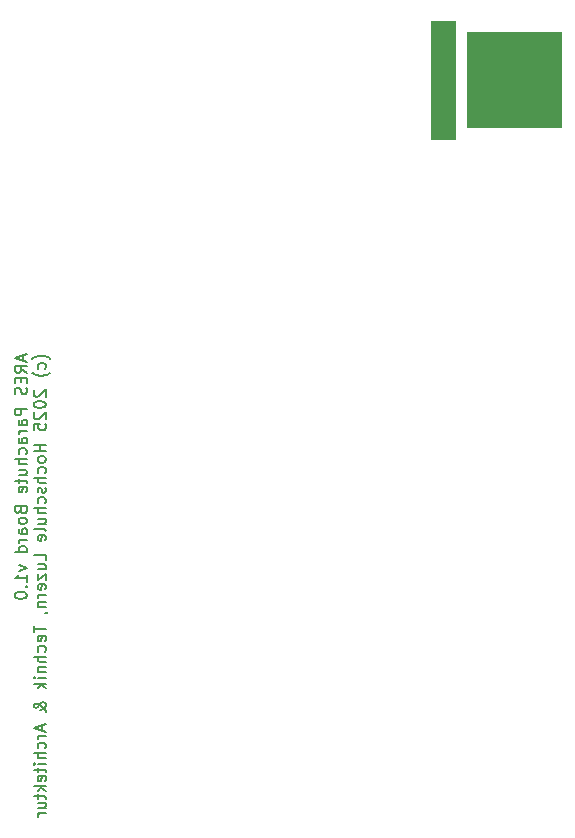
<source format=gbr>
%TF.GenerationSoftware,KiCad,Pcbnew,8.0.8*%
%TF.CreationDate,2025-01-27T11:12:39+01:00*%
%TF.ProjectId,ares-parachute-board,61726573-2d70-4617-9261-63687574652d,rev?*%
%TF.SameCoordinates,Original*%
%TF.FileFunction,Legend,Bot*%
%TF.FilePolarity,Positive*%
%FSLAX46Y46*%
G04 Gerber Fmt 4.6, Leading zero omitted, Abs format (unit mm)*
G04 Created by KiCad (PCBNEW 8.0.8) date 2025-01-27 11:12:39*
%MOMM*%
%LPD*%
G01*
G04 APERTURE LIST*
%ADD10C,0.120000*%
%ADD11C,0.200000*%
%ADD12R,1.700000X1.700000*%
%ADD13O,1.700000X1.700000*%
%ADD14C,1.700000*%
%ADD15C,3.500000*%
%ADD16C,2.200000*%
%ADD17C,1.100000*%
%ADD18R,2.200000X2.200000*%
%ADD19C,0.650000*%
%ADD20O,1.000000X2.100000*%
%ADD21O,1.000000X1.800000*%
%ADD22R,1.000000X1.000000*%
%ADD23O,1.000000X1.000000*%
%ADD24C,1.524000*%
G04 APERTURE END LIST*
D10*
X42000006Y70000008D02*
X44000006Y70000008D01*
X44000006Y60000008D01*
X42000006Y60000008D01*
X42000006Y70000008D01*
G36*
X42000006Y70000008D02*
G01*
X44000006Y70000008D01*
X44000006Y60000008D01*
X42000006Y60000008D01*
X42000006Y70000008D01*
G37*
X45000006Y69000008D02*
X53000006Y69000008D01*
X53000006Y61000008D01*
X45000006Y61000008D01*
X45000006Y69000008D01*
G36*
X45000006Y69000008D02*
G01*
X53000006Y69000008D01*
X53000006Y61000008D01*
X45000006Y61000008D01*
X45000006Y69000008D01*
G37*
D11*
X7461538Y41677954D02*
X7461538Y41201764D01*
X7747253Y41773192D02*
X6747253Y41439859D01*
X6747253Y41439859D02*
X7747253Y41106526D01*
X7747253Y40201764D02*
X7271062Y40535097D01*
X7747253Y40773192D02*
X6747253Y40773192D01*
X6747253Y40773192D02*
X6747253Y40392240D01*
X6747253Y40392240D02*
X6794872Y40297002D01*
X6794872Y40297002D02*
X6842491Y40249383D01*
X6842491Y40249383D02*
X6937729Y40201764D01*
X6937729Y40201764D02*
X7080586Y40201764D01*
X7080586Y40201764D02*
X7175824Y40249383D01*
X7175824Y40249383D02*
X7223443Y40297002D01*
X7223443Y40297002D02*
X7271062Y40392240D01*
X7271062Y40392240D02*
X7271062Y40773192D01*
X7223443Y39773192D02*
X7223443Y39439859D01*
X7747253Y39297002D02*
X7747253Y39773192D01*
X7747253Y39773192D02*
X6747253Y39773192D01*
X6747253Y39773192D02*
X6747253Y39297002D01*
X7699634Y38916049D02*
X7747253Y38773192D01*
X7747253Y38773192D02*
X7747253Y38535097D01*
X7747253Y38535097D02*
X7699634Y38439859D01*
X7699634Y38439859D02*
X7652014Y38392240D01*
X7652014Y38392240D02*
X7556776Y38344621D01*
X7556776Y38344621D02*
X7461538Y38344621D01*
X7461538Y38344621D02*
X7366300Y38392240D01*
X7366300Y38392240D02*
X7318681Y38439859D01*
X7318681Y38439859D02*
X7271062Y38535097D01*
X7271062Y38535097D02*
X7223443Y38725573D01*
X7223443Y38725573D02*
X7175824Y38820811D01*
X7175824Y38820811D02*
X7128205Y38868430D01*
X7128205Y38868430D02*
X7032967Y38916049D01*
X7032967Y38916049D02*
X6937729Y38916049D01*
X6937729Y38916049D02*
X6842491Y38868430D01*
X6842491Y38868430D02*
X6794872Y38820811D01*
X6794872Y38820811D02*
X6747253Y38725573D01*
X6747253Y38725573D02*
X6747253Y38487478D01*
X6747253Y38487478D02*
X6794872Y38344621D01*
X7747253Y37154144D02*
X6747253Y37154144D01*
X6747253Y37154144D02*
X6747253Y36773192D01*
X6747253Y36773192D02*
X6794872Y36677954D01*
X6794872Y36677954D02*
X6842491Y36630335D01*
X6842491Y36630335D02*
X6937729Y36582716D01*
X6937729Y36582716D02*
X7080586Y36582716D01*
X7080586Y36582716D02*
X7175824Y36630335D01*
X7175824Y36630335D02*
X7223443Y36677954D01*
X7223443Y36677954D02*
X7271062Y36773192D01*
X7271062Y36773192D02*
X7271062Y37154144D01*
X7747253Y35725573D02*
X7223443Y35725573D01*
X7223443Y35725573D02*
X7128205Y35773192D01*
X7128205Y35773192D02*
X7080586Y35868430D01*
X7080586Y35868430D02*
X7080586Y36058906D01*
X7080586Y36058906D02*
X7128205Y36154144D01*
X7699634Y35725573D02*
X7747253Y35820811D01*
X7747253Y35820811D02*
X7747253Y36058906D01*
X7747253Y36058906D02*
X7699634Y36154144D01*
X7699634Y36154144D02*
X7604395Y36201763D01*
X7604395Y36201763D02*
X7509157Y36201763D01*
X7509157Y36201763D02*
X7413919Y36154144D01*
X7413919Y36154144D02*
X7366300Y36058906D01*
X7366300Y36058906D02*
X7366300Y35820811D01*
X7366300Y35820811D02*
X7318681Y35725573D01*
X7747253Y35249382D02*
X7080586Y35249382D01*
X7271062Y35249382D02*
X7175824Y35201763D01*
X7175824Y35201763D02*
X7128205Y35154144D01*
X7128205Y35154144D02*
X7080586Y35058906D01*
X7080586Y35058906D02*
X7080586Y34963668D01*
X7747253Y34201763D02*
X7223443Y34201763D01*
X7223443Y34201763D02*
X7128205Y34249382D01*
X7128205Y34249382D02*
X7080586Y34344620D01*
X7080586Y34344620D02*
X7080586Y34535096D01*
X7080586Y34535096D02*
X7128205Y34630334D01*
X7699634Y34201763D02*
X7747253Y34297001D01*
X7747253Y34297001D02*
X7747253Y34535096D01*
X7747253Y34535096D02*
X7699634Y34630334D01*
X7699634Y34630334D02*
X7604395Y34677953D01*
X7604395Y34677953D02*
X7509157Y34677953D01*
X7509157Y34677953D02*
X7413919Y34630334D01*
X7413919Y34630334D02*
X7366300Y34535096D01*
X7366300Y34535096D02*
X7366300Y34297001D01*
X7366300Y34297001D02*
X7318681Y34201763D01*
X7699634Y33297001D02*
X7747253Y33392239D01*
X7747253Y33392239D02*
X7747253Y33582715D01*
X7747253Y33582715D02*
X7699634Y33677953D01*
X7699634Y33677953D02*
X7652014Y33725572D01*
X7652014Y33725572D02*
X7556776Y33773191D01*
X7556776Y33773191D02*
X7271062Y33773191D01*
X7271062Y33773191D02*
X7175824Y33725572D01*
X7175824Y33725572D02*
X7128205Y33677953D01*
X7128205Y33677953D02*
X7080586Y33582715D01*
X7080586Y33582715D02*
X7080586Y33392239D01*
X7080586Y33392239D02*
X7128205Y33297001D01*
X7747253Y32868429D02*
X6747253Y32868429D01*
X7747253Y32439858D02*
X7223443Y32439858D01*
X7223443Y32439858D02*
X7128205Y32487477D01*
X7128205Y32487477D02*
X7080586Y32582715D01*
X7080586Y32582715D02*
X7080586Y32725572D01*
X7080586Y32725572D02*
X7128205Y32820810D01*
X7128205Y32820810D02*
X7175824Y32868429D01*
X7080586Y31535096D02*
X7747253Y31535096D01*
X7080586Y31963667D02*
X7604395Y31963667D01*
X7604395Y31963667D02*
X7699634Y31916048D01*
X7699634Y31916048D02*
X7747253Y31820810D01*
X7747253Y31820810D02*
X7747253Y31677953D01*
X7747253Y31677953D02*
X7699634Y31582715D01*
X7699634Y31582715D02*
X7652014Y31535096D01*
X7080586Y31201762D02*
X7080586Y30820810D01*
X6747253Y31058905D02*
X7604395Y31058905D01*
X7604395Y31058905D02*
X7699634Y31011286D01*
X7699634Y31011286D02*
X7747253Y30916048D01*
X7747253Y30916048D02*
X7747253Y30820810D01*
X7699634Y30106524D02*
X7747253Y30201762D01*
X7747253Y30201762D02*
X7747253Y30392238D01*
X7747253Y30392238D02*
X7699634Y30487476D01*
X7699634Y30487476D02*
X7604395Y30535095D01*
X7604395Y30535095D02*
X7223443Y30535095D01*
X7223443Y30535095D02*
X7128205Y30487476D01*
X7128205Y30487476D02*
X7080586Y30392238D01*
X7080586Y30392238D02*
X7080586Y30201762D01*
X7080586Y30201762D02*
X7128205Y30106524D01*
X7128205Y30106524D02*
X7223443Y30058905D01*
X7223443Y30058905D02*
X7318681Y30058905D01*
X7318681Y30058905D02*
X7413919Y30535095D01*
X7223443Y28535095D02*
X7271062Y28392238D01*
X7271062Y28392238D02*
X7318681Y28344619D01*
X7318681Y28344619D02*
X7413919Y28297000D01*
X7413919Y28297000D02*
X7556776Y28297000D01*
X7556776Y28297000D02*
X7652014Y28344619D01*
X7652014Y28344619D02*
X7699634Y28392238D01*
X7699634Y28392238D02*
X7747253Y28487476D01*
X7747253Y28487476D02*
X7747253Y28868428D01*
X7747253Y28868428D02*
X6747253Y28868428D01*
X6747253Y28868428D02*
X6747253Y28535095D01*
X6747253Y28535095D02*
X6794872Y28439857D01*
X6794872Y28439857D02*
X6842491Y28392238D01*
X6842491Y28392238D02*
X6937729Y28344619D01*
X6937729Y28344619D02*
X7032967Y28344619D01*
X7032967Y28344619D02*
X7128205Y28392238D01*
X7128205Y28392238D02*
X7175824Y28439857D01*
X7175824Y28439857D02*
X7223443Y28535095D01*
X7223443Y28535095D02*
X7223443Y28868428D01*
X7747253Y27725571D02*
X7699634Y27820809D01*
X7699634Y27820809D02*
X7652014Y27868428D01*
X7652014Y27868428D02*
X7556776Y27916047D01*
X7556776Y27916047D02*
X7271062Y27916047D01*
X7271062Y27916047D02*
X7175824Y27868428D01*
X7175824Y27868428D02*
X7128205Y27820809D01*
X7128205Y27820809D02*
X7080586Y27725571D01*
X7080586Y27725571D02*
X7080586Y27582714D01*
X7080586Y27582714D02*
X7128205Y27487476D01*
X7128205Y27487476D02*
X7175824Y27439857D01*
X7175824Y27439857D02*
X7271062Y27392238D01*
X7271062Y27392238D02*
X7556776Y27392238D01*
X7556776Y27392238D02*
X7652014Y27439857D01*
X7652014Y27439857D02*
X7699634Y27487476D01*
X7699634Y27487476D02*
X7747253Y27582714D01*
X7747253Y27582714D02*
X7747253Y27725571D01*
X7747253Y26535095D02*
X7223443Y26535095D01*
X7223443Y26535095D02*
X7128205Y26582714D01*
X7128205Y26582714D02*
X7080586Y26677952D01*
X7080586Y26677952D02*
X7080586Y26868428D01*
X7080586Y26868428D02*
X7128205Y26963666D01*
X7699634Y26535095D02*
X7747253Y26630333D01*
X7747253Y26630333D02*
X7747253Y26868428D01*
X7747253Y26868428D02*
X7699634Y26963666D01*
X7699634Y26963666D02*
X7604395Y27011285D01*
X7604395Y27011285D02*
X7509157Y27011285D01*
X7509157Y27011285D02*
X7413919Y26963666D01*
X7413919Y26963666D02*
X7366300Y26868428D01*
X7366300Y26868428D02*
X7366300Y26630333D01*
X7366300Y26630333D02*
X7318681Y26535095D01*
X7747253Y26058904D02*
X7080586Y26058904D01*
X7271062Y26058904D02*
X7175824Y26011285D01*
X7175824Y26011285D02*
X7128205Y25963666D01*
X7128205Y25963666D02*
X7080586Y25868428D01*
X7080586Y25868428D02*
X7080586Y25773190D01*
X7747253Y25011285D02*
X6747253Y25011285D01*
X7699634Y25011285D02*
X7747253Y25106523D01*
X7747253Y25106523D02*
X7747253Y25296999D01*
X7747253Y25296999D02*
X7699634Y25392237D01*
X7699634Y25392237D02*
X7652014Y25439856D01*
X7652014Y25439856D02*
X7556776Y25487475D01*
X7556776Y25487475D02*
X7271062Y25487475D01*
X7271062Y25487475D02*
X7175824Y25439856D01*
X7175824Y25439856D02*
X7128205Y25392237D01*
X7128205Y25392237D02*
X7080586Y25296999D01*
X7080586Y25296999D02*
X7080586Y25106523D01*
X7080586Y25106523D02*
X7128205Y25011285D01*
X7080586Y23868427D02*
X7747253Y23630332D01*
X7747253Y23630332D02*
X7080586Y23392237D01*
X7747253Y22487475D02*
X7747253Y23058903D01*
X7747253Y22773189D02*
X6747253Y22773189D01*
X6747253Y22773189D02*
X6890110Y22868427D01*
X6890110Y22868427D02*
X6985348Y22963665D01*
X6985348Y22963665D02*
X7032967Y23058903D01*
X7652014Y22058903D02*
X7699634Y22011284D01*
X7699634Y22011284D02*
X7747253Y22058903D01*
X7747253Y22058903D02*
X7699634Y22106522D01*
X7699634Y22106522D02*
X7652014Y22058903D01*
X7652014Y22058903D02*
X7747253Y22058903D01*
X6747253Y21392237D02*
X6747253Y21296999D01*
X6747253Y21296999D02*
X6794872Y21201761D01*
X6794872Y21201761D02*
X6842491Y21154142D01*
X6842491Y21154142D02*
X6937729Y21106523D01*
X6937729Y21106523D02*
X7128205Y21058904D01*
X7128205Y21058904D02*
X7366300Y21058904D01*
X7366300Y21058904D02*
X7556776Y21106523D01*
X7556776Y21106523D02*
X7652014Y21154142D01*
X7652014Y21154142D02*
X7699634Y21201761D01*
X7699634Y21201761D02*
X7747253Y21296999D01*
X7747253Y21296999D02*
X7747253Y21392237D01*
X7747253Y21392237D02*
X7699634Y21487475D01*
X7699634Y21487475D02*
X7652014Y21535094D01*
X7652014Y21535094D02*
X7556776Y21582713D01*
X7556776Y21582713D02*
X7366300Y21630332D01*
X7366300Y21630332D02*
X7128205Y21630332D01*
X7128205Y21630332D02*
X6937729Y21582713D01*
X6937729Y21582713D02*
X6842491Y21535094D01*
X6842491Y21535094D02*
X6794872Y21487475D01*
X6794872Y21487475D02*
X6747253Y21392237D01*
X9738149Y41344621D02*
X9690530Y41392240D01*
X9690530Y41392240D02*
X9547673Y41487478D01*
X9547673Y41487478D02*
X9452435Y41535097D01*
X9452435Y41535097D02*
X9309578Y41582716D01*
X9309578Y41582716D02*
X9071482Y41630335D01*
X9071482Y41630335D02*
X8881006Y41630335D01*
X8881006Y41630335D02*
X8642911Y41582716D01*
X8642911Y41582716D02*
X8500054Y41535097D01*
X8500054Y41535097D02*
X8404816Y41487478D01*
X8404816Y41487478D02*
X8261958Y41392240D01*
X8261958Y41392240D02*
X8214339Y41344621D01*
X9309578Y40535097D02*
X9357197Y40630335D01*
X9357197Y40630335D02*
X9357197Y40820811D01*
X9357197Y40820811D02*
X9309578Y40916049D01*
X9309578Y40916049D02*
X9261958Y40963668D01*
X9261958Y40963668D02*
X9166720Y41011287D01*
X9166720Y41011287D02*
X8881006Y41011287D01*
X8881006Y41011287D02*
X8785768Y40963668D01*
X8785768Y40963668D02*
X8738149Y40916049D01*
X8738149Y40916049D02*
X8690530Y40820811D01*
X8690530Y40820811D02*
X8690530Y40630335D01*
X8690530Y40630335D02*
X8738149Y40535097D01*
X9738149Y40201763D02*
X9690530Y40154144D01*
X9690530Y40154144D02*
X9547673Y40058906D01*
X9547673Y40058906D02*
X9452435Y40011287D01*
X9452435Y40011287D02*
X9309578Y39963668D01*
X9309578Y39963668D02*
X9071482Y39916049D01*
X9071482Y39916049D02*
X8881006Y39916049D01*
X8881006Y39916049D02*
X8642911Y39963668D01*
X8642911Y39963668D02*
X8500054Y40011287D01*
X8500054Y40011287D02*
X8404816Y40058906D01*
X8404816Y40058906D02*
X8261958Y40154144D01*
X8261958Y40154144D02*
X8214339Y40201763D01*
X8452435Y38725572D02*
X8404816Y38677953D01*
X8404816Y38677953D02*
X8357197Y38582715D01*
X8357197Y38582715D02*
X8357197Y38344620D01*
X8357197Y38344620D02*
X8404816Y38249382D01*
X8404816Y38249382D02*
X8452435Y38201763D01*
X8452435Y38201763D02*
X8547673Y38154144D01*
X8547673Y38154144D02*
X8642911Y38154144D01*
X8642911Y38154144D02*
X8785768Y38201763D01*
X8785768Y38201763D02*
X9357197Y38773191D01*
X9357197Y38773191D02*
X9357197Y38154144D01*
X8357197Y37535096D02*
X8357197Y37439858D01*
X8357197Y37439858D02*
X8404816Y37344620D01*
X8404816Y37344620D02*
X8452435Y37297001D01*
X8452435Y37297001D02*
X8547673Y37249382D01*
X8547673Y37249382D02*
X8738149Y37201763D01*
X8738149Y37201763D02*
X8976244Y37201763D01*
X8976244Y37201763D02*
X9166720Y37249382D01*
X9166720Y37249382D02*
X9261958Y37297001D01*
X9261958Y37297001D02*
X9309578Y37344620D01*
X9309578Y37344620D02*
X9357197Y37439858D01*
X9357197Y37439858D02*
X9357197Y37535096D01*
X9357197Y37535096D02*
X9309578Y37630334D01*
X9309578Y37630334D02*
X9261958Y37677953D01*
X9261958Y37677953D02*
X9166720Y37725572D01*
X9166720Y37725572D02*
X8976244Y37773191D01*
X8976244Y37773191D02*
X8738149Y37773191D01*
X8738149Y37773191D02*
X8547673Y37725572D01*
X8547673Y37725572D02*
X8452435Y37677953D01*
X8452435Y37677953D02*
X8404816Y37630334D01*
X8404816Y37630334D02*
X8357197Y37535096D01*
X8452435Y36820810D02*
X8404816Y36773191D01*
X8404816Y36773191D02*
X8357197Y36677953D01*
X8357197Y36677953D02*
X8357197Y36439858D01*
X8357197Y36439858D02*
X8404816Y36344620D01*
X8404816Y36344620D02*
X8452435Y36297001D01*
X8452435Y36297001D02*
X8547673Y36249382D01*
X8547673Y36249382D02*
X8642911Y36249382D01*
X8642911Y36249382D02*
X8785768Y36297001D01*
X8785768Y36297001D02*
X9357197Y36868429D01*
X9357197Y36868429D02*
X9357197Y36249382D01*
X8357197Y35344620D02*
X8357197Y35820810D01*
X8357197Y35820810D02*
X8833387Y35868429D01*
X8833387Y35868429D02*
X8785768Y35820810D01*
X8785768Y35820810D02*
X8738149Y35725572D01*
X8738149Y35725572D02*
X8738149Y35487477D01*
X8738149Y35487477D02*
X8785768Y35392239D01*
X8785768Y35392239D02*
X8833387Y35344620D01*
X8833387Y35344620D02*
X8928625Y35297001D01*
X8928625Y35297001D02*
X9166720Y35297001D01*
X9166720Y35297001D02*
X9261958Y35344620D01*
X9261958Y35344620D02*
X9309578Y35392239D01*
X9309578Y35392239D02*
X9357197Y35487477D01*
X9357197Y35487477D02*
X9357197Y35725572D01*
X9357197Y35725572D02*
X9309578Y35820810D01*
X9309578Y35820810D02*
X9261958Y35868429D01*
X9357197Y34106524D02*
X8357197Y34106524D01*
X8833387Y34106524D02*
X8833387Y33535096D01*
X9357197Y33535096D02*
X8357197Y33535096D01*
X9357197Y32916048D02*
X9309578Y33011286D01*
X9309578Y33011286D02*
X9261958Y33058905D01*
X9261958Y33058905D02*
X9166720Y33106524D01*
X9166720Y33106524D02*
X8881006Y33106524D01*
X8881006Y33106524D02*
X8785768Y33058905D01*
X8785768Y33058905D02*
X8738149Y33011286D01*
X8738149Y33011286D02*
X8690530Y32916048D01*
X8690530Y32916048D02*
X8690530Y32773191D01*
X8690530Y32773191D02*
X8738149Y32677953D01*
X8738149Y32677953D02*
X8785768Y32630334D01*
X8785768Y32630334D02*
X8881006Y32582715D01*
X8881006Y32582715D02*
X9166720Y32582715D01*
X9166720Y32582715D02*
X9261958Y32630334D01*
X9261958Y32630334D02*
X9309578Y32677953D01*
X9309578Y32677953D02*
X9357197Y32773191D01*
X9357197Y32773191D02*
X9357197Y32916048D01*
X9309578Y31725572D02*
X9357197Y31820810D01*
X9357197Y31820810D02*
X9357197Y32011286D01*
X9357197Y32011286D02*
X9309578Y32106524D01*
X9309578Y32106524D02*
X9261958Y32154143D01*
X9261958Y32154143D02*
X9166720Y32201762D01*
X9166720Y32201762D02*
X8881006Y32201762D01*
X8881006Y32201762D02*
X8785768Y32154143D01*
X8785768Y32154143D02*
X8738149Y32106524D01*
X8738149Y32106524D02*
X8690530Y32011286D01*
X8690530Y32011286D02*
X8690530Y31820810D01*
X8690530Y31820810D02*
X8738149Y31725572D01*
X9357197Y31297000D02*
X8357197Y31297000D01*
X9357197Y30868429D02*
X8833387Y30868429D01*
X8833387Y30868429D02*
X8738149Y30916048D01*
X8738149Y30916048D02*
X8690530Y31011286D01*
X8690530Y31011286D02*
X8690530Y31154143D01*
X8690530Y31154143D02*
X8738149Y31249381D01*
X8738149Y31249381D02*
X8785768Y31297000D01*
X9309578Y30439857D02*
X9357197Y30344619D01*
X9357197Y30344619D02*
X9357197Y30154143D01*
X9357197Y30154143D02*
X9309578Y30058905D01*
X9309578Y30058905D02*
X9214339Y30011286D01*
X9214339Y30011286D02*
X9166720Y30011286D01*
X9166720Y30011286D02*
X9071482Y30058905D01*
X9071482Y30058905D02*
X9023863Y30154143D01*
X9023863Y30154143D02*
X9023863Y30297000D01*
X9023863Y30297000D02*
X8976244Y30392238D01*
X8976244Y30392238D02*
X8881006Y30439857D01*
X8881006Y30439857D02*
X8833387Y30439857D01*
X8833387Y30439857D02*
X8738149Y30392238D01*
X8738149Y30392238D02*
X8690530Y30297000D01*
X8690530Y30297000D02*
X8690530Y30154143D01*
X8690530Y30154143D02*
X8738149Y30058905D01*
X9309578Y29154143D02*
X9357197Y29249381D01*
X9357197Y29249381D02*
X9357197Y29439857D01*
X9357197Y29439857D02*
X9309578Y29535095D01*
X9309578Y29535095D02*
X9261958Y29582714D01*
X9261958Y29582714D02*
X9166720Y29630333D01*
X9166720Y29630333D02*
X8881006Y29630333D01*
X8881006Y29630333D02*
X8785768Y29582714D01*
X8785768Y29582714D02*
X8738149Y29535095D01*
X8738149Y29535095D02*
X8690530Y29439857D01*
X8690530Y29439857D02*
X8690530Y29249381D01*
X8690530Y29249381D02*
X8738149Y29154143D01*
X9357197Y28725571D02*
X8357197Y28725571D01*
X9357197Y28297000D02*
X8833387Y28297000D01*
X8833387Y28297000D02*
X8738149Y28344619D01*
X8738149Y28344619D02*
X8690530Y28439857D01*
X8690530Y28439857D02*
X8690530Y28582714D01*
X8690530Y28582714D02*
X8738149Y28677952D01*
X8738149Y28677952D02*
X8785768Y28725571D01*
X8690530Y27392238D02*
X9357197Y27392238D01*
X8690530Y27820809D02*
X9214339Y27820809D01*
X9214339Y27820809D02*
X9309578Y27773190D01*
X9309578Y27773190D02*
X9357197Y27677952D01*
X9357197Y27677952D02*
X9357197Y27535095D01*
X9357197Y27535095D02*
X9309578Y27439857D01*
X9309578Y27439857D02*
X9261958Y27392238D01*
X9357197Y26773190D02*
X9309578Y26868428D01*
X9309578Y26868428D02*
X9214339Y26916047D01*
X9214339Y26916047D02*
X8357197Y26916047D01*
X9309578Y26011285D02*
X9357197Y26106523D01*
X9357197Y26106523D02*
X9357197Y26296999D01*
X9357197Y26296999D02*
X9309578Y26392237D01*
X9309578Y26392237D02*
X9214339Y26439856D01*
X9214339Y26439856D02*
X8833387Y26439856D01*
X8833387Y26439856D02*
X8738149Y26392237D01*
X8738149Y26392237D02*
X8690530Y26296999D01*
X8690530Y26296999D02*
X8690530Y26106523D01*
X8690530Y26106523D02*
X8738149Y26011285D01*
X8738149Y26011285D02*
X8833387Y25963666D01*
X8833387Y25963666D02*
X8928625Y25963666D01*
X8928625Y25963666D02*
X9023863Y26439856D01*
X9357197Y24296999D02*
X9357197Y24773189D01*
X9357197Y24773189D02*
X8357197Y24773189D01*
X8690530Y23535094D02*
X9357197Y23535094D01*
X8690530Y23963665D02*
X9214339Y23963665D01*
X9214339Y23963665D02*
X9309578Y23916046D01*
X9309578Y23916046D02*
X9357197Y23820808D01*
X9357197Y23820808D02*
X9357197Y23677951D01*
X9357197Y23677951D02*
X9309578Y23582713D01*
X9309578Y23582713D02*
X9261958Y23535094D01*
X8690530Y23154141D02*
X8690530Y22630332D01*
X8690530Y22630332D02*
X9357197Y23154141D01*
X9357197Y23154141D02*
X9357197Y22630332D01*
X9309578Y21868427D02*
X9357197Y21963665D01*
X9357197Y21963665D02*
X9357197Y22154141D01*
X9357197Y22154141D02*
X9309578Y22249379D01*
X9309578Y22249379D02*
X9214339Y22296998D01*
X9214339Y22296998D02*
X8833387Y22296998D01*
X8833387Y22296998D02*
X8738149Y22249379D01*
X8738149Y22249379D02*
X8690530Y22154141D01*
X8690530Y22154141D02*
X8690530Y21963665D01*
X8690530Y21963665D02*
X8738149Y21868427D01*
X8738149Y21868427D02*
X8833387Y21820808D01*
X8833387Y21820808D02*
X8928625Y21820808D01*
X8928625Y21820808D02*
X9023863Y22296998D01*
X9357197Y21392236D02*
X8690530Y21392236D01*
X8881006Y21392236D02*
X8785768Y21344617D01*
X8785768Y21344617D02*
X8738149Y21296998D01*
X8738149Y21296998D02*
X8690530Y21201760D01*
X8690530Y21201760D02*
X8690530Y21106522D01*
X8690530Y20773188D02*
X9357197Y20773188D01*
X8785768Y20773188D02*
X8738149Y20725569D01*
X8738149Y20725569D02*
X8690530Y20630331D01*
X8690530Y20630331D02*
X8690530Y20487474D01*
X8690530Y20487474D02*
X8738149Y20392236D01*
X8738149Y20392236D02*
X8833387Y20344617D01*
X8833387Y20344617D02*
X9357197Y20344617D01*
X9309578Y19820807D02*
X9357197Y19820807D01*
X9357197Y19820807D02*
X9452435Y19868426D01*
X9452435Y19868426D02*
X9500054Y19916045D01*
X8357197Y18773188D02*
X8357197Y18201760D01*
X9357197Y18487474D02*
X8357197Y18487474D01*
X9309578Y17487474D02*
X9357197Y17582712D01*
X9357197Y17582712D02*
X9357197Y17773188D01*
X9357197Y17773188D02*
X9309578Y17868426D01*
X9309578Y17868426D02*
X9214339Y17916045D01*
X9214339Y17916045D02*
X8833387Y17916045D01*
X8833387Y17916045D02*
X8738149Y17868426D01*
X8738149Y17868426D02*
X8690530Y17773188D01*
X8690530Y17773188D02*
X8690530Y17582712D01*
X8690530Y17582712D02*
X8738149Y17487474D01*
X8738149Y17487474D02*
X8833387Y17439855D01*
X8833387Y17439855D02*
X8928625Y17439855D01*
X8928625Y17439855D02*
X9023863Y17916045D01*
X9309578Y16582712D02*
X9357197Y16677950D01*
X9357197Y16677950D02*
X9357197Y16868426D01*
X9357197Y16868426D02*
X9309578Y16963664D01*
X9309578Y16963664D02*
X9261958Y17011283D01*
X9261958Y17011283D02*
X9166720Y17058902D01*
X9166720Y17058902D02*
X8881006Y17058902D01*
X8881006Y17058902D02*
X8785768Y17011283D01*
X8785768Y17011283D02*
X8738149Y16963664D01*
X8738149Y16963664D02*
X8690530Y16868426D01*
X8690530Y16868426D02*
X8690530Y16677950D01*
X8690530Y16677950D02*
X8738149Y16582712D01*
X9357197Y16154140D02*
X8357197Y16154140D01*
X9357197Y15725569D02*
X8833387Y15725569D01*
X8833387Y15725569D02*
X8738149Y15773188D01*
X8738149Y15773188D02*
X8690530Y15868426D01*
X8690530Y15868426D02*
X8690530Y16011283D01*
X8690530Y16011283D02*
X8738149Y16106521D01*
X8738149Y16106521D02*
X8785768Y16154140D01*
X8690530Y15249378D02*
X9357197Y15249378D01*
X8785768Y15249378D02*
X8738149Y15201759D01*
X8738149Y15201759D02*
X8690530Y15106521D01*
X8690530Y15106521D02*
X8690530Y14963664D01*
X8690530Y14963664D02*
X8738149Y14868426D01*
X8738149Y14868426D02*
X8833387Y14820807D01*
X8833387Y14820807D02*
X9357197Y14820807D01*
X9357197Y14344616D02*
X8690530Y14344616D01*
X8357197Y14344616D02*
X8404816Y14392235D01*
X8404816Y14392235D02*
X8452435Y14344616D01*
X8452435Y14344616D02*
X8404816Y14296997D01*
X8404816Y14296997D02*
X8357197Y14344616D01*
X8357197Y14344616D02*
X8452435Y14344616D01*
X9357197Y13868426D02*
X8357197Y13868426D01*
X8976244Y13773188D02*
X9357197Y13487474D01*
X8690530Y13487474D02*
X9071482Y13868426D01*
X9357197Y11487473D02*
X9357197Y11535092D01*
X9357197Y11535092D02*
X9309578Y11630331D01*
X9309578Y11630331D02*
X9166720Y11773188D01*
X9166720Y11773188D02*
X8881006Y12011283D01*
X8881006Y12011283D02*
X8738149Y12106521D01*
X8738149Y12106521D02*
X8595292Y12154140D01*
X8595292Y12154140D02*
X8500054Y12154140D01*
X8500054Y12154140D02*
X8404816Y12106521D01*
X8404816Y12106521D02*
X8357197Y12011283D01*
X8357197Y12011283D02*
X8357197Y11963664D01*
X8357197Y11963664D02*
X8404816Y11868426D01*
X8404816Y11868426D02*
X8500054Y11820807D01*
X8500054Y11820807D02*
X8547673Y11820807D01*
X8547673Y11820807D02*
X8642911Y11868426D01*
X8642911Y11868426D02*
X8690530Y11916045D01*
X8690530Y11916045D02*
X8881006Y12201759D01*
X8881006Y12201759D02*
X8928625Y12249378D01*
X8928625Y12249378D02*
X9023863Y12296997D01*
X9023863Y12296997D02*
X9166720Y12296997D01*
X9166720Y12296997D02*
X9261958Y12249378D01*
X9261958Y12249378D02*
X9309578Y12201759D01*
X9309578Y12201759D02*
X9357197Y12106521D01*
X9357197Y12106521D02*
X9357197Y11963664D01*
X9357197Y11963664D02*
X9309578Y11868426D01*
X9309578Y11868426D02*
X9261958Y11820807D01*
X9261958Y11820807D02*
X9071482Y11677950D01*
X9071482Y11677950D02*
X8928625Y11630331D01*
X8928625Y11630331D02*
X8833387Y11630331D01*
X9071482Y10344616D02*
X9071482Y9868426D01*
X9357197Y10439854D02*
X8357197Y10106521D01*
X8357197Y10106521D02*
X9357197Y9773188D01*
X9357197Y9439854D02*
X8690530Y9439854D01*
X8881006Y9439854D02*
X8785768Y9392235D01*
X8785768Y9392235D02*
X8738149Y9344616D01*
X8738149Y9344616D02*
X8690530Y9249378D01*
X8690530Y9249378D02*
X8690530Y9154140D01*
X9309578Y8392235D02*
X9357197Y8487473D01*
X9357197Y8487473D02*
X9357197Y8677949D01*
X9357197Y8677949D02*
X9309578Y8773187D01*
X9309578Y8773187D02*
X9261958Y8820806D01*
X9261958Y8820806D02*
X9166720Y8868425D01*
X9166720Y8868425D02*
X8881006Y8868425D01*
X8881006Y8868425D02*
X8785768Y8820806D01*
X8785768Y8820806D02*
X8738149Y8773187D01*
X8738149Y8773187D02*
X8690530Y8677949D01*
X8690530Y8677949D02*
X8690530Y8487473D01*
X8690530Y8487473D02*
X8738149Y8392235D01*
X9357197Y7963663D02*
X8357197Y7963663D01*
X9357197Y7535092D02*
X8833387Y7535092D01*
X8833387Y7535092D02*
X8738149Y7582711D01*
X8738149Y7582711D02*
X8690530Y7677949D01*
X8690530Y7677949D02*
X8690530Y7820806D01*
X8690530Y7820806D02*
X8738149Y7916044D01*
X8738149Y7916044D02*
X8785768Y7963663D01*
X9357197Y7058901D02*
X8690530Y7058901D01*
X8357197Y7058901D02*
X8404816Y7106520D01*
X8404816Y7106520D02*
X8452435Y7058901D01*
X8452435Y7058901D02*
X8404816Y7011282D01*
X8404816Y7011282D02*
X8357197Y7058901D01*
X8357197Y7058901D02*
X8452435Y7058901D01*
X8690530Y6725568D02*
X8690530Y6344616D01*
X8357197Y6582711D02*
X9214339Y6582711D01*
X9214339Y6582711D02*
X9309578Y6535092D01*
X9309578Y6535092D02*
X9357197Y6439854D01*
X9357197Y6439854D02*
X9357197Y6344616D01*
X9309578Y5630330D02*
X9357197Y5725568D01*
X9357197Y5725568D02*
X9357197Y5916044D01*
X9357197Y5916044D02*
X9309578Y6011282D01*
X9309578Y6011282D02*
X9214339Y6058901D01*
X9214339Y6058901D02*
X8833387Y6058901D01*
X8833387Y6058901D02*
X8738149Y6011282D01*
X8738149Y6011282D02*
X8690530Y5916044D01*
X8690530Y5916044D02*
X8690530Y5725568D01*
X8690530Y5725568D02*
X8738149Y5630330D01*
X8738149Y5630330D02*
X8833387Y5582711D01*
X8833387Y5582711D02*
X8928625Y5582711D01*
X8928625Y5582711D02*
X9023863Y6058901D01*
X9357197Y5154139D02*
X8357197Y5154139D01*
X8976244Y5058901D02*
X9357197Y4773187D01*
X8690530Y4773187D02*
X9071482Y5154139D01*
X8690530Y4487472D02*
X8690530Y4106520D01*
X8357197Y4344615D02*
X9214339Y4344615D01*
X9214339Y4344615D02*
X9309578Y4296996D01*
X9309578Y4296996D02*
X9357197Y4201758D01*
X9357197Y4201758D02*
X9357197Y4106520D01*
X8690530Y3344615D02*
X9357197Y3344615D01*
X8690530Y3773186D02*
X9214339Y3773186D01*
X9214339Y3773186D02*
X9309578Y3725567D01*
X9309578Y3725567D02*
X9357197Y3630329D01*
X9357197Y3630329D02*
X9357197Y3487472D01*
X9357197Y3487472D02*
X9309578Y3392234D01*
X9309578Y3392234D02*
X9261958Y3344615D01*
X9357197Y2868424D02*
X8690530Y2868424D01*
X8881006Y2868424D02*
X8785768Y2820805D01*
X8785768Y2820805D02*
X8738149Y2773186D01*
X8738149Y2773186D02*
X8690530Y2677948D01*
X8690530Y2677948D02*
X8690530Y2582710D01*
%LPC*%
D12*
%TO.C,J1*%
X15580006Y42000008D03*
D13*
X18120006Y42000008D03*
X20660006Y42000008D03*
X23200006Y42000008D03*
X25740006Y42000008D03*
X28280006Y42000008D03*
X30820006Y42000008D03*
X33360006Y42000008D03*
X35900006Y42000008D03*
X38440006Y42000008D03*
X40980006Y42000008D03*
X43520006Y42000008D03*
X46060006Y42000008D03*
X48600006Y42000008D03*
X51140006Y42000008D03*
X53680006Y42000008D03*
%TD*%
D14*
%TO.C, *%
X33020006Y35560008D03*
%TD*%
%TO.C, *%
X35560006Y35560008D03*
%TD*%
%TO.C, *%
X38100006Y35560008D03*
%TD*%
%TO.C, *%
X40640006Y35560008D03*
%TD*%
%TO.C, *%
X43180006Y35560008D03*
%TD*%
%TO.C, *%
X45720006Y35560008D03*
%TD*%
%TO.C, *%
X48260006Y35560008D03*
%TD*%
%TO.C, *%
X50800006Y35560008D03*
%TD*%
%TO.C, *%
X53340006Y35560008D03*
%TD*%
%TO.C, *%
X33020006Y33020008D03*
%TD*%
%TO.C, *%
X35560006Y33020008D03*
%TD*%
%TO.C, *%
X38100006Y33020008D03*
%TD*%
%TO.C, *%
X40640006Y33020008D03*
%TD*%
%TO.C, *%
X43180006Y33020008D03*
%TD*%
%TO.C, *%
X45720006Y33020008D03*
%TD*%
%TO.C, *%
X48260006Y33020008D03*
%TD*%
%TO.C, *%
X50800006Y33020008D03*
%TD*%
%TO.C, *%
X53340006Y33020008D03*
%TD*%
%TO.C, *%
X33020006Y30480008D03*
%TD*%
%TO.C, *%
X35560006Y30480008D03*
%TD*%
%TO.C, *%
X38100006Y30480008D03*
%TD*%
%TO.C, *%
X40640006Y30480008D03*
%TD*%
%TO.C, *%
X43180006Y30480008D03*
%TD*%
%TO.C, *%
X45720006Y30480008D03*
%TD*%
%TO.C, *%
X48260006Y30480008D03*
%TD*%
%TO.C, *%
X50800006Y30480008D03*
%TD*%
%TO.C, *%
X53340006Y30480008D03*
%TD*%
%TO.C, *%
X33020006Y27940008D03*
%TD*%
%TO.C, *%
X35560006Y27940008D03*
%TD*%
%TO.C, *%
X38100006Y27940008D03*
%TD*%
%TO.C, *%
X40640006Y27940008D03*
%TD*%
%TO.C, *%
X43180006Y27940008D03*
%TD*%
%TO.C, *%
X45720006Y27940008D03*
%TD*%
%TO.C, *%
X48260006Y27940008D03*
%TD*%
%TO.C, *%
X50800006Y27940008D03*
%TD*%
%TO.C, *%
X53340006Y27940008D03*
%TD*%
%TO.C, *%
X33020006Y25400008D03*
%TD*%
%TO.C, *%
X35560006Y25400008D03*
%TD*%
%TO.C, *%
X38100006Y25400008D03*
%TD*%
%TO.C, *%
X40640006Y25400008D03*
%TD*%
%TO.C, *%
X43180006Y25400008D03*
%TD*%
%TO.C, *%
X45720006Y25400008D03*
%TD*%
%TO.C, *%
X48260006Y25400008D03*
%TD*%
%TO.C, *%
X50800006Y25400008D03*
%TD*%
%TO.C, *%
X53340006Y25400008D03*
%TD*%
%TO.C, *%
X33020006Y22860008D03*
%TD*%
%TO.C, *%
X35560006Y22860008D03*
%TD*%
%TO.C, *%
X38100006Y22860008D03*
%TD*%
%TO.C, *%
X40640006Y22860008D03*
%TD*%
%TO.C, *%
X43180006Y22860008D03*
%TD*%
%TO.C, *%
X45720006Y22860008D03*
%TD*%
%TO.C, *%
X48260006Y22860008D03*
%TD*%
%TO.C, *%
X50800006Y22860008D03*
%TD*%
%TO.C, *%
X53340006Y22860008D03*
%TD*%
%TO.C, *%
X33020006Y20320008D03*
%TD*%
%TO.C, *%
X35560006Y20320008D03*
%TD*%
%TO.C, *%
X38100006Y20320008D03*
%TD*%
%TO.C, *%
X40640006Y20320008D03*
%TD*%
%TO.C, *%
X43180006Y20320008D03*
%TD*%
%TO.C, *%
X45720006Y20320008D03*
%TD*%
%TO.C, *%
X48260006Y20320008D03*
%TD*%
%TO.C, *%
X50800006Y20320008D03*
%TD*%
%TO.C, *%
X53340006Y20320008D03*
%TD*%
%TO.C, *%
X33020006Y17780008D03*
%TD*%
%TO.C, *%
X35560006Y17780008D03*
%TD*%
%TO.C, *%
X38100006Y17780008D03*
%TD*%
%TO.C, *%
X40640006Y17780008D03*
%TD*%
%TO.C, *%
X43180006Y17780008D03*
%TD*%
%TO.C, *%
X45720006Y17780008D03*
%TD*%
%TO.C, *%
X48260006Y17780008D03*
%TD*%
%TO.C, *%
X50800006Y17780008D03*
%TD*%
%TO.C, *%
X53340006Y17780008D03*
%TD*%
%TO.C, *%
X33020006Y15240008D03*
%TD*%
%TO.C, *%
X35560006Y15240008D03*
%TD*%
%TO.C, *%
X38100006Y15240008D03*
%TD*%
%TO.C, *%
X40640006Y15240008D03*
%TD*%
%TO.C, *%
X43180006Y15240008D03*
%TD*%
%TO.C, *%
X45720006Y15240008D03*
%TD*%
%TO.C, *%
X48260006Y15240008D03*
%TD*%
%TO.C, *%
X50800006Y15240008D03*
%TD*%
%TO.C, *%
X53340006Y15240008D03*
%TD*%
%TO.C, *%
X33020006Y12700008D03*
%TD*%
%TO.C, *%
X35560006Y12700008D03*
%TD*%
%TO.C, *%
X38100006Y12700008D03*
%TD*%
%TO.C, *%
X40640006Y12700008D03*
%TD*%
%TO.C, *%
X43180006Y12700008D03*
%TD*%
%TO.C, *%
X45720006Y12700008D03*
%TD*%
%TO.C, *%
X48260006Y12700008D03*
%TD*%
%TO.C, *%
X50800006Y12700008D03*
%TD*%
%TO.C, *%
X53340006Y12700008D03*
%TD*%
%TO.C, *%
X33020006Y10160008D03*
%TD*%
%TO.C, *%
X35560006Y10160008D03*
%TD*%
%TO.C, *%
X38100006Y10160008D03*
%TD*%
%TO.C, *%
X40640006Y10160008D03*
%TD*%
%TO.C, *%
X43180006Y10160008D03*
%TD*%
%TO.C, *%
X45720006Y10160008D03*
%TD*%
%TO.C, *%
X48260006Y10160008D03*
%TD*%
%TO.C, *%
X50800006Y10160008D03*
%TD*%
%TO.C, *%
X53340006Y10160008D03*
%TD*%
%TO.C, *%
X33020006Y7620008D03*
%TD*%
%TO.C, *%
X35560006Y7620008D03*
%TD*%
%TO.C, *%
X38100006Y7620008D03*
%TD*%
%TO.C, *%
X40640006Y7620008D03*
%TD*%
%TO.C, *%
X43180006Y7620008D03*
%TD*%
%TO.C, *%
X45720006Y7620008D03*
%TD*%
%TO.C, *%
X48260006Y7620008D03*
%TD*%
%TO.C, *%
X50800006Y7620008D03*
%TD*%
%TO.C, *%
X53340006Y7620008D03*
%TD*%
%TO.C, *%
X33020006Y5080008D03*
%TD*%
%TO.C, *%
X35560006Y5080008D03*
%TD*%
%TO.C, *%
X38100006Y5080008D03*
%TD*%
%TO.C, *%
X40640006Y5080008D03*
%TD*%
%TO.C, *%
X43180006Y5080008D03*
%TD*%
%TO.C, *%
X45720006Y5080008D03*
%TD*%
%TO.C, *%
X48260006Y5080008D03*
%TD*%
%TO.C, *%
X50800006Y5080008D03*
%TD*%
%TO.C, *%
X53340006Y5080008D03*
%TD*%
%TO.C, *%
X33020006Y2540008D03*
%TD*%
%TO.C, *%
X35560006Y2540008D03*
%TD*%
%TO.C, *%
X38100006Y2540008D03*
%TD*%
%TO.C, *%
X40640006Y2540008D03*
%TD*%
%TO.C, *%
X43180006Y2540008D03*
%TD*%
%TO.C, *%
X45720006Y2540008D03*
%TD*%
%TO.C, *%
X48260006Y2540008D03*
%TD*%
%TO.C, *%
X50800006Y2540008D03*
%TD*%
D15*
%TO.C,REF\u002A\u002A*%
X25000006Y83600008D03*
%TD*%
D12*
%TO.C,J3*%
X28429006Y82203008D03*
D13*
X28429006Y84743008D03*
%TD*%
D15*
%TO.C,REF\u002A\u002A*%
X31985006Y83586008D03*
%TD*%
D14*
%TO.C, *%
X25400006Y15240008D03*
%TD*%
D12*
%TO.C,J5*%
X46225006Y84325008D03*
D13*
X46225006Y81785008D03*
X46225006Y79245008D03*
%TD*%
D14*
%TO.C, *%
X27940006Y10160008D03*
%TD*%
D16*
%TO.C,REF\u002A\u002A*%
X2300006Y42600008D03*
%TD*%
%TO.C,REF\u002A\u002A*%
X54800006Y64800008D03*
%TD*%
D14*
%TO.C, *%
X27940006Y7620008D03*
%TD*%
%TO.C, *%
X25400006Y27940008D03*
%TD*%
D16*
%TO.C,REF\u002A\u002A*%
X54200006Y2600008D03*
%TD*%
D14*
%TO.C, *%
X30480006Y12700008D03*
%TD*%
%TO.C, *%
X27940006Y22860008D03*
%TD*%
%TO.C, *%
X27940006Y20320008D03*
%TD*%
%TO.C, *%
X25400006Y30480008D03*
%TD*%
%TO.C, *%
X27940006Y30480008D03*
%TD*%
%TO.C, *%
X30480006Y20320008D03*
%TD*%
%TO.C, *%
X27940006Y2540008D03*
%TD*%
%TO.C, *%
X25400006Y17780008D03*
%TD*%
%TO.C, *%
X27940006Y27940008D03*
%TD*%
%TO.C, *%
X30480006Y22860008D03*
%TD*%
%TO.C, *%
X30480006Y25400008D03*
%TD*%
%TO.C, *%
X25400006Y10160008D03*
%TD*%
%TO.C, *%
X25400006Y12700008D03*
%TD*%
D17*
%TO.C,J6*%
X2060006Y38870008D03*
X2060006Y36330008D03*
D18*
X4600006Y38870008D03*
D16*
X4600006Y36330008D03*
%TD*%
D14*
%TO.C, *%
X30480006Y17780008D03*
%TD*%
D16*
%TO.C,REF\u002A\u002A*%
X10000006Y42900008D03*
%TD*%
D14*
%TO.C, *%
X30480006Y7620008D03*
%TD*%
%TO.C, *%
X30480006Y33020008D03*
%TD*%
%TO.C, *%
X25400006Y33020008D03*
%TD*%
D16*
%TO.C,REF\u002A\u002A*%
X54700006Y56400008D03*
%TD*%
D12*
%TO.C,JP1*%
X11575006Y26875008D03*
D13*
X11575006Y29415008D03*
X11575006Y31955008D03*
%TD*%
D16*
%TO.C,REF\u002A\u002A*%
X10800006Y56700008D03*
%TD*%
D14*
%TO.C, *%
X30480006Y30480008D03*
%TD*%
%TO.C, *%
X30480006Y15240008D03*
%TD*%
%TO.C, *%
X25400006Y5080008D03*
%TD*%
%TO.C, *%
X30480006Y35560008D03*
%TD*%
%TO.C, *%
X25400006Y25400008D03*
%TD*%
%TO.C, *%
X27940006Y17780008D03*
%TD*%
%TO.C, *%
X25400006Y20320008D03*
%TD*%
%TO.C, *%
X27940006Y15240008D03*
%TD*%
%TO.C, *%
X30480006Y2540008D03*
%TD*%
D19*
%TO.C,USB1*%
X12690006Y81615008D03*
X6910006Y81615008D03*
D20*
X14120006Y81115008D03*
X5480006Y81115008D03*
D21*
X14120006Y85265008D03*
X5480006Y85265008D03*
%TD*%
D14*
%TO.C, *%
X25400006Y35560008D03*
%TD*%
%TO.C, *%
X25400006Y7620008D03*
%TD*%
%TO.C, *%
X30480006Y10160008D03*
%TD*%
D22*
%TO.C,J4*%
X1830006Y77640008D03*
D23*
X3100006Y77640008D03*
X1830006Y76370008D03*
X3100006Y76370008D03*
X1830006Y75100008D03*
X3100006Y75100008D03*
X1830006Y73830008D03*
X3100006Y73830008D03*
X1830006Y72560008D03*
X3100006Y72560008D03*
%TD*%
D14*
%TO.C, *%
X25400006Y22860008D03*
%TD*%
%TO.C, *%
X27940006Y33020008D03*
%TD*%
%TO.C, *%
X30480006Y27940008D03*
%TD*%
%TO.C, *%
X25400006Y2540008D03*
%TD*%
D16*
%TO.C,REF\u002A\u002A*%
X22600006Y2600008D03*
%TD*%
D14*
%TO.C, *%
X27940006Y35560008D03*
%TD*%
D24*
%TO.C,C17*%
X15450006Y22100008D03*
X3950006Y22100008D03*
%TD*%
D14*
%TO.C, *%
X27940006Y5080008D03*
%TD*%
%TO.C, *%
X27940006Y25400008D03*
%TD*%
%TO.C, *%
X30480006Y5080008D03*
%TD*%
%TO.C, *%
X27940006Y12700008D03*
%TD*%
%LPD*%
M02*

</source>
